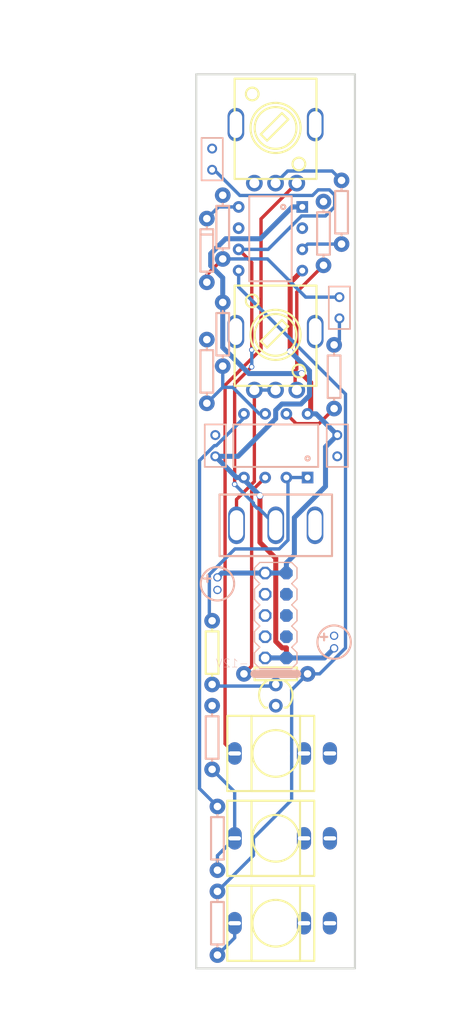
<source format=kicad_pcb>
(kicad_pcb (version 20171130) (host pcbnew "(5.1.5)-3") (page "A4") (layers (0 "F.Cu" signal) (31 "B.Cu" signal) (32 "B.Adhes" user) (33 "F.Adhes" user) (34 "B.Paste" user) (35 "F.Paste" user) (36 "B.SilkS" user) (37 "F.SilkS" user) (38 "B.Mask" user) (39 "F.Mask" user) (40 "Dwgs.User" user) (41 "Cmts.User" user) (42 "Eco1.User" user) (43 "Eco2.User" user) (44 "Edge.Cuts" user) (45 "Margin" user) (46 "B.CrtYd" user) (47 "F.CrtYd" user) (48 "B.Fab" user hide) (49 "F.Fab" user hide)) (net 0 "") (net 1 "-12V") (net 2 "12V") (net 3 "C3_1") (net 4 "C3_2") (net 5 "C4_2") (net 6 "D1_C") (net 7 "GND") (net 8 "J1_3") (net 9 "J2_3") (net 10 "LEVEL_2") (net 11 "LEVEL_4") (net 12 "LEVEL_5") (net 13 "R11_1") (net 14 "R1_1") (net 15 "R9_1") (net 16 "R9_2") (net 17 "REL_3") (net 18 "REL_4") (net 19 "REL_5") (net 20 "S1_3") (net 21 "U1_1") (net 22 "U1_3") (net 23 "U1_5") (net 24 "U1_6") (net 25 "U1_7") (net 26 "S$3157") (segment (start 9.681 131.873) (end 11.929 134.121) (width 0.4) (layer "B.Cu") (net 5)) (segment (start 11.929 134.121) (end 11.929 134.283) (width 0.4) (layer "B.Cu") (net 5)) (segment (start 11.929 134.283) (end 12.387 134.74) (width 0.4) (layer "B.Cu") (net 5)) (segment (start 12.387 134.74) (end 12.548 134.74) (width 0.4) (layer "B.Cu") (net 5)) (segment (start 12.548 134.74) (end 14.587 136.779) (width 0.4) (layer "B.Cu") (net 5)) (segment (start 14.587 136.779) (end 14.605 136.779) (width 0.4) (layer "B.Cu") (net 5)) (segment (start 11.731 115.792) (end 11.731 117.802) (width 0.4) (layer "B.Cu") (net 5)) (segment (start 11.731 117.802) (end 11.715 117.818) (width 0.4) (layer "B.Cu") (net 5)) (segment (start 6.985 94.234) (end 7.229 94.234) (width 0.4) (layer "B.Cu") (net 5)) (segment (start 7.229 94.234) (end 10.302 97.307) (width 0.4) (layer "B.Cu") (net 5)) (segment (start 10.302 97.307) (end 19.005 97.307) (width 0.4) (layer "B.Cu") (net 5)) (segment (start 19.005 97.307) (end 19.678 96.634) (width 0.4) (layer "B.Cu") (net 5)) (segment (start 19.678 96.634) (end 21.025 96.634) (width 0.4) (layer "B.Cu") (net 5)) (segment (start 21.025 96.634) (end 21.649 97.259) (width 0.4) (layer "B.Cu") (net 5)) (segment (start 21.649 97.259) (end 21.649 98.661) (width 0.4) (layer "B.Cu") (net 5)) (segment (start 21.649 98.661) (end 20.552 99.758) (width 0.4) (layer "B.Cu") (net 5)) (segment (start 20.552 99.758) (end 17.692 99.758) (width 0.4) (layer "B.Cu") (net 5)) (segment (start 17.692 99.758) (end 13.691 103.759) (width 0.4) (layer "B.Cu") (net 5)) (segment (start 13.691 103.759) (end 10.16 103.759) (width 0.4) (layer "B.Cu") (net 5)) (segment (start 14.58 120.594) (end 12.04 120.594) (width 0.4) (layer "B.Cu") (net 20)) (segment (start 10.795 123.444) (end 10.795 123.93) (width 0.4) (layer "B.Cu") (net 23)) (segment (start 10.795 123.93) (end 7.478 127.247) (width 0.4) (layer "B.Cu") (net 23)) (segment (start 7.478 127.247) (end 7.252 127.247) (width 0.4) (layer "B.Cu") (net 23)) (segment (start 7.252 127.247) (end 5.477 129.023) (width 0.4) (layer "B.Cu") (net 23)) (segment (start 5.477 129.023) (end 5.477 168.291) (width 0.4) (layer "B.Cu") (net 23)) (segment (start 5.477 168.291) (end 7.62 170.434) (width 0.4) (layer "B.Cu") (net 23)) (segment (start 10.795 131.064) (end 10.795 131.326) (width 0.6) (layer "B.Cu") (net 1)) (segment (start 10.795 131.326) (end 12.71 133.241) (width 0.6) (layer "B.Cu") (net 1)) (segment (start 7.366 128.524) (end 9.906 131.064) (width 0.6) (layer "B.Cu") (net 1)) (segment (start 9.906 131.064) (end 10.795 131.064) (width 0.6) (layer "B.Cu") (net 1)) (segment (start 16.328 115.97) (end 18.642 118.283) (width 0.6) (layer "B.Cu") (net 1)) (segment (start 18.642 118.283) (end 18.642 121.242) (width 0.6) (layer "B.Cu") (net 1)) (segment (start 18.642 121.242) (end 17.619 122.264) (width 0.6) (layer "B.Cu") (net 1)) (segment (start 17.619 122.264) (end 15.335 122.264) (width 0.6) (layer "B.Cu") (net 1)) (segment (start 15.335 122.264) (end 14.594 123.005) (width 0.6) (layer "B.Cu") (net 1)) (segment (start 14.594 123.005) (end 14.594 124.017) (width 0.6) (layer "B.Cu") (net 1)) (segment (start 14.594 124.017) (end 10.087 128.524) (width 0.6) (layer "B.Cu") (net 1)) (segment (start 10.087 128.524) (end 7.366 128.524) (width 0.6) (layer "B.Cu") (net 1)) (segment (start 15.875 152.654) (end 20.436 152.654) (width 0.6) (layer "B.Cu") (net 1)) (segment (start 20.436 152.654) (end 21.59 151.5) (width 0.6) (layer "B.Cu") (net 1)) (segment (start 13.335 152.654) (end 15.875 152.654) (width 0.6) (layer "B.Cu") (net 1)) (segment (start 10.16 106.299) (end 10.16 108.277) (width 0.4) (layer "B.Cu") (net 16)) (segment (start 10.16 108.277) (end 22.953 121.069) (width 0.4) (layer "B.Cu") (net 16)) (segment (start 22.953 121.069) (end 22.953 151.467) (width 0.4) (layer "B.Cu") (net 16)) (segment (start 22.953 151.467) (end 19.861 154.559) (width 0.4) (layer "B.Cu") (net 16)) (segment (start 19.861 154.559) (end 18.415 154.559) (width 0.4) (layer "B.Cu") (net 16)) (segment (start 7.62 180.594) (end 11.935 176.278) (width 0.4) (layer "B.Cu") (net 16)) (segment (start 11.935 176.278) (end 11.935 174.221) (width 0.4) (layer "B.Cu") (net 16)) (segment (start 11.935 174.221) (end 16.505 169.651) (width 0.4) (layer "B.Cu") (net 16)) (segment (start 16.505 169.651) (end 16.505 156.469) (width 0.4) (layer "B.Cu") (net 16)) (segment (start 16.505 156.469) (end 18.415 154.559) (width 0.4) (layer "B.Cu") (net 16)) (segment (start 17.78 103.759) (end 18.415 103.124) (width 0.4) (layer "B.Cu") (net 14)) (segment (start 18.415 103.124) (end 22.479 103.124) (width 0.4) (layer "B.Cu") (net 14)) (segment (start 22.479 95.504) (end 21.355 94.38) (width 0.4) (layer "B.Cu") (net 10)) (segment (start 21.355 94.38) (end 16.029 94.38) (width 0.4) (layer "B.Cu") (net 10)) (segment (start 16.029 94.38) (end 14.58 95.829) (width 0.4) (layer "B.Cu") (net 10)) (segment (start 14.605 155.829) (end 14.413 156.021) (width 0.4) (layer "B.Cu") (net 13)) (segment (start 14.413 156.021) (end 7.177 156.021) (width 0.4) (layer "B.Cu") (net 13)) (segment (start 7.177 156.021) (end 6.985 155.829) (width 0.4) (layer "B.Cu") (net 13)) (segment (start 7.62 188.214) (end 9.685 186.149) (width 0.4) (layer "B.Cu") (net 15)) (segment (start 9.685 186.149) (end 9.685 184.404) (width 0.4) (layer "B.Cu") (net 15)) (segment (start 7.62 178.054) (end 7.62 176.309) (width 0.4) (layer "B.Cu") (net 9)) (segment (start 7.62 176.309) (end 9.685 174.244) (width 0.4) (layer "B.Cu") (net 9)) (segment (start 6.985 165.989) (end 9.685 168.689) (width 0.4) (layer "B.Cu") (net 9)) (segment (start 9.685 168.689) (end 9.685 174.244) (width 0.4) (layer "B.Cu") (net 9)) (segment (start 10.16 98.679) (end 7.747 98.679) (width 0.4) (layer "B.Cu") (net 6)) (segment (start 7.747 98.679) (end 6.35 100.076) (width 0.4) (layer "B.Cu") (net 6)) (segment (start 8.255 104.902) (end 13.616 104.902) (width 0.4) (layer "B.Cu") (net 4)) (segment (start 13.616 104.902) (end 18.188 109.474) (width 0.4) (layer "B.Cu") (net 4)) (segment (start 18.188 109.474) (end 22.225 109.474) (width 0.4) (layer "B.Cu") (net 4)) (segment (start 6.985 148.209) (end 6.649 147.873) (width 0.4) (layer "B.Cu") (net 21)) (segment (start 6.649 147.873) (end 6.649 142.674) (width 0.4) (layer "B.Cu") (net 21)) (segment (start 6.649 142.674) (end 9.714 139.609) (width 0.4) (layer "B.Cu") (net 21)) (segment (start 9.714 139.609) (end 15.013 139.609) (width 0.4) (layer "B.Cu") (net 21)) (segment (start 15.013 139.609) (end 16.064 138.558) (width 0.4) (layer "B.Cu") (net 21)) (segment (start 16.064 138.558) (end 16.064 131.253) (width 0.4) (layer "B.Cu") (net 21)) (segment (start 16.064 131.253) (end 15.875 131.064) (width 0.4) (layer "B.Cu") (net 21)) (segment (start 15.875 131.064) (end 18.415 131.064) (width 0.4) (layer "B.Cu") (net 21)) (segment (start 21.59 115.189) (end 22.225 114.554) (width 0.4) (layer "B.Cu") (net 3)) (segment (start 22.225 114.554) (end 22.225 112.014) (width 0.4) (layer "B.Cu") (net 3)) (segment (start 8.255 120.269) (end 8.255 117.729) (width 0.4) (layer "B.Cu") (net 24)) (segment (start 6.35 122.174) (end 8.255 120.269) (width 0.4) (layer "B.Cu") (net 24)) (segment (start 8.255 120.269) (end 9.454 120.269) (width 0.4) (layer "B.Cu") (net 24)) (segment (start 9.454 120.269) (end 12.629 123.444) (width 0.4) (layer "B.Cu") (net 24)) (segment (start 12.629 123.444) (end 13.335 123.444) (width 0.4) (layer "B.Cu") (net 24)) (segment (start 8.255 110.109) (end 8.255 115.498) (width 0.6) (layer "B.Cu") (net 2)) (segment (start 8.255 115.498) (end 11.381 118.624) (width 0.6) (layer "B.Cu") (net 2)) (segment (start 11.381 118.624) (end 17.696 118.624) (width 0.6) (layer "B.Cu") (net 2)) (segment (start 17.696 118.624) (end 17.703 118.617) (width 0.6) (layer "B.Cu") (net 2)) (segment (start 16.581 98.679) (end 12.771 102.489) (width 0.6) (layer "B.Cu") (net 2)) (segment (start 12.771 102.489) (end 8.599 102.489) (width 0.6) (layer "B.Cu") (net 2)) (segment (start 8.599 102.489) (end 6.812 104.276) (width 0.6) (layer "B.Cu") (net 2)) (segment (start 6.812 104.276) (end 6.812 105.714) (width 0.6) (layer "B.Cu") (net 2)) (segment (start 6.812 105.714) (end 8.255 107.157) (width 0.6) (layer "B.Cu") (net 2)) (segment (start 8.255 107.157) (end 8.255 110.109) (width 0.6) (layer "B.Cu") (net 2)) (segment (start 13.335 142.494) (end 8.14 142.494) (width 0.6) (layer "B.Cu") (net 2)) (segment (start 8.14 142.494) (end 7.62 143.013) (width 0.6) (layer "B.Cu") (net 2)) (segment (start 15.875 142.494) (end 13.335 142.494) (width 0.6) (layer "B.Cu") (net 2)) (segment (start 15.875 142.494) (end 15.875 141.289) (width 0.6) (layer "B.Cu") (net 2)) (segment (start 15.875 141.289) (end 16.832 140.332) (width 0.6) (layer "B.Cu") (net 2)) (segment (start 16.832 140.332) (end 16.832 135.858) (width 0.6) (layer "B.Cu") (net 2)) (segment (start 16.832 135.858) (end 20.56 132.13) (width 0.6) (layer "B.Cu") (net 2)) (segment (start 20.56 132.13) (end 20.56 127.395) (width 0.6) (layer "B.Cu") (net 2)) (segment (start 20.56 127.395) (end 21.971 125.984) (width 0.6) (layer "B.Cu") (net 2)) (segment (start 18.415 123.444) (end 19.431 123.444) (width 0.6) (layer "B.Cu") (net 2)) (segment (start 19.431 123.444) (end 21.971 125.984) (width 0.6) (layer "B.Cu") (net 2)) (segment (start 17.78 98.679) (end 16.581 98.679) (width 0.6) (layer "B.Cu") (net 2)) (zone (net 7) (net_name "GND") (layer "B.Cu") (hatch edge 0.508) (connect_pads (clearance 0.254)) (polygon (pts (xy -3.175 73.914) (xy 26.67 73.914) (xy 32.385 79.629) (xy 32.385 186.944) (xy 29.21 190.119) (xy 1.27 190.119) (xy -1.905 193.294)))) (gr_line (start 12.065 154.559) (end 17.145 154.559) (width 1) (layer "B.SilkS")) (gr_line (start 5.08 82.804) (end 24.08 82.804) (width 0.254) (layer "Edge.Cuts")) (gr_line (start 24.08 82.804) (end 24.08 189.804) (width 0.254) (layer "Edge.Cuts")) (gr_line (start 24.08 189.804) (end 5.08 189.804) (width 0.254) (layer "Edge.Cuts")) (gr_line (start 5.08 189.804) (end 5.08 82.804) (width 0.254) (layer "Edge.Cuts")) (segment (start 17.12 95.829) (end 12.84 100.109) (width 0.4) (layer "F.Cu") (net 8)) (segment (start 12.84 100.109) (end 12.84 115.708) (width 0.4) (layer "F.Cu") (net 8)) (segment (start 12.84 115.708) (end 8.534 120.015) (width 0.4) (layer "F.Cu") (net 8)) (segment (start 8.534 120.015) (end 8.534 162.932) (width 0.4) (layer "F.Cu") (net 8)) (segment (start 8.534 162.932) (end 9.685 164.084) (width 0.4) (layer "F.Cu") (net 8)) (segment (start 20.32 105.664) (end 17.12 108.864) (width 0.4) (layer "F.Cu") (net 17)) (segment (start 17.12 108.864) (end 17.12 118.097) (width 0.4) (layer "F.Cu") (net 17)) (segment (start 17.12 118.097) (end 16.922 118.294) (width 0.4) (layer "F.Cu") (net 17)) (segment (start 16.922 118.294) (end 16.922 120.397) (width 0.4) (layer "F.Cu") (net 17)) (segment (start 16.922 120.397) (end 17.12 120.594) (width 0.4) (layer "F.Cu") (net 17)) (segment (start 13.335 131.064) (end 11.715 132.684) (width 0.4) (layer "F.Cu") (net 22)) (segment (start 11.715 132.684) (end 11.715 153.638) (width 0.4) (layer "F.Cu") (net 22)) (segment (start 11.715 153.638) (end 10.795 154.559) (width 0.4) (layer "F.Cu") (net 22)) (segment (start 10.16 103.759) (end 11.731 105.33) (width 0.4) (layer "F.Cu") (net 5)) (segment (start 11.731 105.33) (end 11.731 115.792) (width 0.4) (layer "F.Cu") (net 5)) (segment (start 11.715 117.818) (end 9.681 119.852) (width 0.4) (layer "F.Cu") (net 5)) (segment (start 9.681 119.852) (end 9.681 131.873) (width 0.4) (layer "F.Cu") (net 5)) (segment (start 9.905 136.779) (end 9.905 133.686) (width 0.4) (layer "F.Cu") (net 20)) (segment (start 9.905 133.686) (end 12.04 131.551) (width 0.4) (layer "F.Cu") (net 20)) (segment (start 12.04 131.551) (end 12.04 120.594) (width 0.4) (layer "F.Cu") (net 20)) (segment (start 15.875 151.449) (end 15.376 151.449) (width 0.6) (layer "F.Cu") (net 1)) (segment (start 15.376 151.449) (end 14.605 150.678) (width 0.6) (layer "F.Cu") (net 1)) (segment (start 14.605 150.678) (end 14.605 140.724) (width 0.6) (layer "F.Cu") (net 1)) (segment (start 14.605 140.724) (end 12.71 138.829) (width 0.6) (layer "F.Cu") (net 1)) (segment (start 12.71 138.829) (end 12.71 133.241) (width 0.6) (layer "F.Cu") (net 1)) (segment (start 15.875 152.654) (end 15.875 151.449) (width 0.6) (layer "F.Cu") (net 1)) (segment (start 17.78 106.299) (end 16.328 107.751) (width 0.6) (layer "F.Cu") (net 1)) (segment (start 16.328 107.751) (end 16.328 115.97) (width 0.6) (layer "F.Cu") (net 1)) (segment (start 8.255 104.902) (end 6.35 106.807) (width 0.4) (layer "F.Cu") (net 4)) (segment (start 6.35 106.807) (end 6.35 107.696) (width 0.4) (layer "F.Cu") (net 4)) (segment (start 15.875 123.444) (end 17.047 124.616) (width 0.4) (layer "F.Cu") (net 25)) (segment (start 17.047 124.616) (end 19.783 124.616) (width 0.4) (layer "F.Cu") (net 25)) (segment (start 19.783 124.616) (end 21.59 122.809) (width 0.4) (layer "F.Cu") (net 25)) (segment (start 17.703 118.617) (end 18.784 119.699) (width 0.6) (layer "F.Cu") (net 2)) (segment (start 18.784 119.699) (end 18.784 123.075) (width 0.6) (layer "F.Cu") (net 2)) (segment (start 18.784 123.075) (end 18.415 123.444) (width 0.6) (layer "F.Cu") (net 2)) (zone (net 7) (net_name "GND") (layer "F.Cu") (hatch edge 0.508) (connect_pads (clearance 0.254)) (polygon (pts (xy -18.415 196.469) (xy -17.78 195.834) (xy -6.35 195.834) (xy -6.985 196.469) (xy -18.415 196.469)))) (zone (net 7) (net_name "GND") (layer "F.Cu") (hatch edge 0.508) (connect_pads (clearance 0.254)) (polygon (pts (xy 38.1 186.944) (xy 29.21 195.834) (xy -6.35 195.834) (xy 0.635 188.849) (xy -0.635 74.549) (xy 37.465 74.549) (xy 38.1 75.184) (xy 38.1 186.944)))) (module "easyeda:THONKICONN_1" (layer "F.Cu") (at 14.605 164.084 90) (fp_text value "IN" (at 0 -8.128 90) (layer "F.Fab") hide (effects (font (size 1.143 1.143) (thickness 0.152)) (justify left))) (fp_text reference "J1" (at 0 -6.35 90) (layer "F.SilkS") hide (effects (font (size 1.143 1.143) (thickness 0.152)) (justify left))) (fp_arc (start 0 0) (end -2.794 0) (angle 180) (width 0.254) (layer "F.SilkS")) (fp_arc (start 0 0) (end 2.794 0) (angle 180) (width 0.254) (layer "F.SilkS")) (fp_line (start -4.5 -5.805) (end 4.5 -5.805) (width 0.254) (layer "F.SilkS")) (fp_line (start 4.5 -5.805) (end 4.5 2.905) (width 0.254) (layer "F.SilkS")) (fp_line (start 4.5 2.905) (end -4.5 2.905) (width 0.254) (layer "F.SilkS")) (fp_line (start -4.5 2.905) (end -4.5 -5.805) (width 0.254) (layer "F.SilkS")) (fp_line (start -4.5 -2.905) (end 4.5 -2.905) (width 0.254) (layer "F.SilkS")) (fp_line (start 4.5 -2.905) (end 4.5 4.605) (width 0.254) (layer "F.SilkS")) (fp_line (start 4.5 4.605) (end -4.5 4.605) (width 0.254) (layer "F.SilkS")) (fp_line (start -4.5 4.605) (end -4.5 -2.905) (width 0.254) (layer "F.SilkS")) (pad "" np_thru_hole circle (at 0 0) (size 3 3) (drill 3) (layers "*.Cu" "*.Mask")) (pad 3 thru_hole oval (at 0 -4.92 90) (size 2.7 1.7) (layers "*.Cu" "*.Paste" "*.Mask") (drill oval 0.5 1.5) (net 8 "J1_3")) (pad 2 thru_hole oval (at 0 3.38 90) (size 2.7 1.7) (layers "*.Cu" "*.Paste" "*.Mask") (drill oval 0.5 1.5) (net 7 "GND")) (pad 1 thru_hole oval (at 0 6.48 90) (size 2.7 1.7) (layers "*.Cu" "*.Paste" "*.Mask") (drill oval 0.5 1.5) (net 7 "GND")) (fp_text user gge4635dd3650c04d67 (at 0 0) (layer "Cmts.User") (effects (font (size 1 1) (thickness 0.15))))) (module "easyeda:THONKICONN_1" (layer "F.Cu") (at 14.605 174.244 90) (fp_text value "TRIG" (at 0 -8.128 90) (layer "F.Fab") hide (effects (font (size 1.143 1.143) (thickness 0.152)) (justify left))) (fp_text reference "J2" (at 0 -6.35 90) (layer "F.SilkS") hide (effects (font (size 1.143 1.143) (thickness 0.152)) (justify left))) (fp_arc (start 0 0) (end -2.794 0) (angle 180) (width 0.254) (layer "F.SilkS")) (fp_arc (start 0 0) (end 2.794 0) (angle 180) (width 0.254) (layer "F.SilkS")) (fp_line (start -4.5 -5.805) (end 4.5 -5.805) (width 0.254) (layer "F.SilkS")) (fp_line (start 4.5 -5.805) (end 4.5 2.905) (width 0.254) (layer "F.SilkS")) (fp_line (start 4.5 2.905) (end -4.5 2.905) (width 0.254) (layer "F.SilkS")) (fp_line (start -4.5 2.905) (end -4.5 -5.805) (width 0.254) (layer "F.SilkS")) (fp_line (start -4.5 -2.905) (end 4.5 -2.905) (width 0.254) (layer "F.SilkS")) (fp_line (start 4.5 -2.905) (end 4.5 4.605) (width 0.254) (layer "F.SilkS")) (fp_line (start 4.5 4.605) (end -4.5 4.605) (width 0.254) (layer "F.SilkS")) (fp_line (start -4.5 4.605) (end -4.5 -2.905) (width 0.254) (layer "F.SilkS")) (pad "" np_thru_hole circle (at 0 0) (size 3 3) (drill 3) (layers "*.Cu" "*.Mask")) (pad 3 thru_hole oval (at 0 -4.92 90) (size 2.7 1.7) (layers "*.Cu" "*.Paste" "*.Mask") (drill oval 0.5 1.5) (net 9 "J2_3")) (pad 2 thru_hole oval (at 0 3.38 90) (size 2.7 1.7) (layers "*.Cu" "*.Paste" "*.Mask") (drill oval 0.5 1.5) (net 7 "GND")) (pad 1 thru_hole oval (at 0 6.48 90) (size 2.7 1.7) (layers "*.Cu" "*.Paste" "*.Mask") (drill oval 0.5 1.5) (net 7 "GND")) (fp_text user gge3922750384f6d638 (at 0 0) (layer "Cmts.User") (effects (font (size 1 1) (thickness 0.15))))) (module "easyeda:THONKICONN_1" (layer "F.Cu") (at 14.605 184.404 90) (fp_text value "OUT" (at 0 -8.128 90) (layer "F.Fab") hide (effects (font (size 1.143 1.143) (thickness 0.152)) (justify left))) (fp_text reference "J3" (at 0 -6.35 90) (layer "F.SilkS") hide (effects (font (size 1.143 1.143) (thickness 0.152)) (justify left))) (fp_arc (start 0 0) (end -2.794 0) (angle 180) (width 0.254) (layer "F.SilkS")) (fp_arc (start 0 0) (end 2.794 0) (angle 180) (width 0.254) (layer "F.SilkS")) (fp_line (start -4.5 -5.805) (end 4.5 -5.805) (width 0.254) (layer "F.SilkS")) (fp_line (start 4.5 -5.805) (end 4.5 2.905) (width 0.254) (layer "F.SilkS")) (fp_line (start 4.5 2.905) (end -4.5 2.905) (width 0.254) (layer "F.SilkS")) (fp_line (start -4.5 2.905) (end -4.5 -5.805) (width 0.254) (layer "F.SilkS")) (fp_line (start -4.5 -2.905) (end 4.5 -2.905) (width 0.254) (layer "F.SilkS")) (fp_line (start 4.5 -2.905) (end 4.5 4.605) (width 0.254) (layer "F.SilkS")) (fp_line (start 4.5 4.605) (end -4.5 4.605) (width 0.254) (layer "F.SilkS")) (fp_line (start -4.5 4.605) (end -4.5 -2.905) (width 0.254) (layer "F.SilkS")) (pad "" np_thru_hole circle (at 0 0) (size 3 3) (drill 3) (layers "*.Cu" "*.Mask")) (pad 3 thru_hole oval (at 0 -4.92 90) (size 2.7 1.7) (layers "*.Cu" "*.Paste" "*.Mask") (drill oval 0.5 1.5) (net 15 "R9_1")) (pad 2 thru_hole oval (at 0 3.38 90) (size 2.7 1.7) (layers "*.Cu" "*.Paste" "*.Mask") (drill oval 0.5 1.5)) (pad 1 thru_hole oval (at 0 6.48 90) (size 2.7 1.7) (layers "*.Cu" "*.Paste" "*.Mask") (drill oval 0.5 1.5) (net 7 "GND")) (fp_text user gge4dd85ddb4e577d4a (at 0 0) (layer "Cmts.User") (effects (font (size 1 1) (thickness 0.15))))) (module "easyeda:R09-5KΩ" (layer "F.Cu") (at 14.58 92.329) (fp_text value "100k" (at 0.635 -6.985 0) (layer "F.Fab") (effects (font (size 1.143 1.143) (thickness 0.152)) (justify left))) (fp_text reference "LEVEL" (at 0 -9.708 0) (layer "F.SilkS") hide (effects (font (size 1.143 1.143) (thickness 0.152)) (justify left))) (fp_line (start -4.9 -9) (end 4.9 -9) (width 0.254) (layer "F.SilkS")) (fp_line (start 4.9 -9) (end 4.9 3) (width 0.254) (layer "F.SilkS")) (fp_line (start -4.9 -9) (end -4.9 3) (width 0.254) (layer "F.SilkS")) (fp_line (start -4.9 3) (end 4.9 3) (width 0.254) (layer "F.SilkS")) (fp_line (start 0.762 -4.882) (end -1.778 -2.342) (width 0.254) (layer "F.SilkS")) (fp_line (start -1.778 -2.342) (end -1.016 -1.58) (width 0.254) (layer "F.SilkS")) (fp_line (start -1.016 -1.58) (end 1.524 -4.12) (width 0.254) (layer "F.SilkS")) (fp_line (start 1.524 -4.12) (end 0.762 -4.882) (width 0.254) (layer "F.SilkS")) (fp_circle (center -2.794 -7.168) (end -2.032 -7.168) (layer "F.SilkS") (width 0.254)) (fp_circle (center 2.794 1.214) (end 3.556 1.214) (layer "F.SilkS") (width 0.254)) (fp_circle (center 0 -3.104) (end 3 -3.104) (layer "F.SilkS") (width 0.254)) (fp_circle (center 0 -3.104) (end 2.5 -3.104) (layer "F.SilkS") (width 0.254)) (pad 1 thru_hole circle (at -2.54 3.5 0) (size 2 2) (layers "*.Cu" "*.Paste" "*.Mask") (drill 1.2) (net 7 "GND")) (pad 2 thru_hole circle (at 0 3.5 0) (size 2 2) (layers "*.Cu" "*.Paste" "*.Mask") (drill 1.2) (net 10 "LEVEL_2")) (pad 3 thru_hole circle (at 2.54 3.5 0) (size 2 2) (layers "*.Cu" "*.Paste" "*.Mask") (drill 1.2) (net 8 "J1_3")) (pad 4 thru_hole oval (at 4.75 -3.5 0) (size 2 4) (layers "*.Cu" "*.Paste" "*.Mask") (drill oval 1.5 3.2) (net 11 "LEVEL_4")) (pad 5 thru_hole oval (at -4.75 -3.5 0) (size 2 4) (layers "*.Cu" "*.Paste" "*.Mask") (drill oval 1.5 3.2) (net 12 "LEVEL_5")) (fp_text user ggea55d97789d1be874 (at 0 0) (layer "Cmts.User") (effects (font (size 1 1) (thickness 0.15))))) (module "easyeda:R09-5KΩ" (layer "F.Cu") (at 14.58 117.094) (fp_text value "100k" (at 0.635 -6.985 0) (layer "F.Fab") (effects (font (size 1.143 1.143) (thickness 0.152)) (justify left))) (fp_text reference "REL" (at 0 -9.708 0) (layer "F.SilkS") hide (effects (font (size 1.143 1.143) (thickness 0.152)) (justify left))) (fp_line (start -4.9 -9) (end 4.9 -9) (width 0.254) (layer "F.SilkS")) (fp_line (start 4.9 -9) (end 4.9 3) (width 0.254) (layer "F.SilkS")) (fp_line (start -4.9 -9) (end -4.9 3) (width 0.254) (layer "F.SilkS")) (fp_line (start -4.9 3) (end 4.9 3) (width 0.254) (layer "F.SilkS")) (fp_line (start 0.762 -4.882) (end -1.778 -2.342) (width 0.254) (layer "F.SilkS")) (fp_line (start -1.778 -2.342) (end -1.016 -1.58) (width 0.254) (layer "F.SilkS")) (fp_line (start -1.016 -1.58) (end 1.524 -4.12) (width 0.254) (layer "F.SilkS")) (fp_line (start 1.524 -4.12) (end 0.762 -4.882) (width 0.254) (layer "F.SilkS")) (fp_circle (center -2.794 -7.168) (end -2.032 -7.168) (layer "F.SilkS") (width 0.254)) (fp_circle (center 2.794 1.214) (end 3.556 1.214) (layer "F.SilkS") (width 0.254)) (fp_circle (center 0 -3.104) (end 3 -3.104) (layer "F.SilkS") (width 0.254)) (fp_circle (center 0 -3.104) (end 2.5 -3.104) (layer "F.SilkS") (width 0.254)) (pad 1 thru_hole circle (at -2.54 3.5 0) (size 2 2) (layers "*.Cu" "*.Paste" "*.Mask") (drill 1.2) (net 20 "S1_3")) (pad 2 thru_hole circle (at 0 3.5 0) (size 2 2) (layers "*.Cu" "*.Paste" "*.Mask") (drill 1.2) (net 20 "S1_3")) (pad 3 thru_hole circle (at 2.54 3.5 0) (size 2 2) (layers "*.Cu" "*.Paste" "*.Mask") (drill 1.2) (net 17 "REL_3")) (pad 4 thru_hole oval (at 4.75 -3.5 0) (size 2 4) (layers "*.Cu" "*.Paste" "*.Mask") (drill oval 1.5 3.2) (net 18 "REL_4")) (pad 5 thru_hole oval (at -4.75 -3.5 0) (size 2 4) (layers "*.Cu" "*.Paste" "*.Mask") (drill oval 1.5 3.2) (net 19 "REL_5")) (fp_text user gged898fb06e0e1b11b (at 0 0) (layer "Cmts.User") (effects (font (size 1 1) (thickness 0.15))))) (module "easyeda:R_AXIAL-0.3" (layer "F.Cu") (at 6.985 152.019 90) (fp_line (start -2.54 -0.762) (end 2.54 -0.762) (width 0.254) (layer "F.SilkS")) (fp_text value "10k" (at -0.915 0.381 90) (layer "F.Fab") (effects (font (size 0.9 0.9) (thickness 0.152)) (justify left))) (fp_text reference "R11" (at -0.254 -1.27 90) (layer "F.SilkS") hide (effects (font (size 1.143 1.143) (thickness 0.152)) (justify left))) (fp_line (start -2.54 0) (end -2.794 0) (width 0.254) (layer "F.SilkS")) (fp_line (start 2.54 0) (end 2.794 0) (width 0.254) (layer "F.SilkS")) (fp_line (start -2.54 0) (end -2.54 -0.762) (width 0.254) (layer "F.SilkS")) (fp_line (start -2.54 0.762) (end -2.54 0) (width 0.254) (layer "F.SilkS")) (fp_line (start 2.54 0.762) (end -2.54 0.762) (width 0.254) (layer "F.SilkS")) (fp_line (start 2.54 0) (end 2.54 0.762) (width 0.254) (layer "F.SilkS")) (fp_line (start 2.54 -0.762) (end 2.54 0) (width 0.254) (layer "F.SilkS")) (pad 1 thru_hole circle (at -3.81 0 90) (size 1.88 1.88) (layers "*.Cu" "*.Paste" "*.Mask") (drill 0.899) (net 13 "R11_1")) (pad 2 thru_hole circle (at 3.81 0 90) (size 1.88 1.88) (layers "*.Cu" "*.Paste" "*.Mask") (drill 0.899) (net 21 "U1_1")) (fp_text user ggeab7cca0a97aabda3 (at 0 0) (layer "Cmts.User") (effects (font (size 1 1) (thickness 0.15))))) (module "easyeda:TOGGLE SWITCH SPDT RED 3 PIN ON-OFF-ON 3 SPDT SMALL AC 6A/125V 3A/250V" (layer "F.Cu") (at 14.605 136.779 -90) (fp_text value "REL" (at -0.127 -9.017 -90) (layer "F.Fab") hide (effects (font (size 1.143 1.143) (thickness 0.152)) (justify left))) (fp_text reference "S1" (at -0.127 -7.239 -90) (layer "F.SilkS") hide (effects (font (size 1.143 1.143) (thickness 0.152)) (justify left))) (fp_line (start 3.683 -6.731) (end 3.683 6.731) (width 0.254) (layer "B.SilkS")) (fp_line (start 3.683 6.731) (end -3.683 6.731) (width 0.254) (layer "B.SilkS")) (fp_line (start -3.683 6.731) (end -3.683 -6.731) (width 0.254) (layer "B.SilkS")) (fp_line (start -3.683 -6.731) (end 3.683 -6.731) (width 0.254) (layer "B.SilkS")) (fp_line (start -3.683 -6.731) (end 3.683 -6.731) (width 0.254) (layer "F.SilkS")) (fp_line (start 3.683 -6.731) (end 3.683 6.731) (width 0.254) (layer "F.SilkS")) (fp_line (start 3.683 6.731) (end -3.683 6.731) (width 0.254) (layer "F.SilkS")) (fp_line (start -3.683 6.731) (end -3.683 -6.731) (width 0.254) (layer "F.SilkS")) (pad 1 thru_hole oval (at 0 -4.7 180) (size 2 4.5) (layers "*.Cu" "*.Paste" "*.Mask") (drill oval 1.6 3.6)) (pad 2 thru_hole oval (at 0 0 180) (size 2 4.5) (layers "*.Cu" "*.Paste" "*.Mask") (drill oval 1.6 3.6) (net 5 "C4_2")) (pad 3 thru_hole oval (at 0 4.7 180) (size 2 4.5) (layers "*.Cu" "*.Paste" "*.Mask") (drill oval 1.6 3.6) (net 20 "S1_3")) (fp_text user ggec658f9dc4e745c62 (at 0 0) (layer "Cmts.User") (effects (font (size 1 1) (thickness 0.15))))) (module "easyeda:LED-3MM/2.54" (layer "F.Cu") (at 14.605 157.099) (fp_text value "LED TBR" (at -0.254 -4.161 0) (layer "F.Fab") hide (effects (font (size 1.143 1.143) (thickness 0.152)) (justify left))) (fp_text reference "LED1" (at -0.254 -2.383 0) (layer "F.SilkS") hide (effects (font (size 1.143 1.143) (thickness 0.152)) (justify left))) (fp_arc (start 0 0) (end -1.323 1.5) (angle 109.897) (width 0.254) (layer "F.SilkS")) (fp_line (start -1.323 1.5) (end -1.051 1.5) (width 0.254) (layer "F.SilkS")) (fp_arc (start 0 0) (end 0.96 -1.754) (angle 109.897) (width 0.254) (layer "F.SilkS")) (fp_line (start 1.051 1.5) (end 1.323 1.5) (width 0.254) (layer "F.SilkS")) (pad 1 thru_hole circle (at 0 -1.27 90) (size 1.651 1.651) (layers "*.Cu" "*.Paste" "*.Mask") (drill 0.9) (net 13 "R11_1")) (pad 2 thru_hole circle (at 0 1.27 90) (size 1.651 1.651) (layers "*.Cu" "*.Paste" "*.Mask") (drill 0.9) (net 7 "GND")) (fp_text user ggeffc1375c3c138e55 (at 0 0) (layer "Cmts.User") (effects (font (size 1 1) (thickness 0.15))))) (module "easyeda:R_AXIAL-0.3" (layer "F.Cu") (at 14.605 154.559 0) (fp_text value "1k" (at -0.914 0.381 0) (layer "F.Fab") (effects (font (size 0.9 0.9) (thickness 0.152)) (justify left))) (fp_text reference "R10" (at -0.254 -1.27 0) (layer "F.SilkS") hide (effects (font (size 1.143 1.143) (thickness 0.152)) (justify left))) (fp_line (start -2.54 0) (end -2.794 0) (width 0.254) (layer "F.SilkS")) (fp_line (start 2.54 0) (end 2.794 0) (width 0.254) (layer "F.SilkS")) (fp_line (start -2.54 0) (end -2.54 -0.762) (width 0.254) (layer "F.SilkS")) (fp_line (start -2.54 0.762) (end -2.54 0) (width 0.254) (layer "F.SilkS")) (fp_line (start 2.54 0.762) (end -2.54 0.762) (width 0.254) (layer "F.SilkS")) (fp_line (start 2.54 0) (end 2.54 0.762) (width 0.254) (layer "F.SilkS")) (fp_line (start 2.54 -0.762) (end 2.54 0) (width 0.254) (layer "F.SilkS")) (fp_line (start -2.54 -0.762) (end 2.54 -0.762) (width 0.254) (layer "F.SilkS")) (pad 1 thru_hole circle (at -3.81 0 0) (size 1.88 1.88) (layers "*.Cu" "*.Paste" "*.Mask") (drill 0.899) (net 22 "U1_3")) (pad 2 thru_hole circle (at 3.81 0 0) (size 1.88 1.88) (layers "*.Cu" "*.Paste" "*.Mask") (drill 0.899) (net 16 "R9_2")) (fp_text user gge10013b2892cfa2a6 (at 0 0) (layer "Cmts.User") (effects (font (size 1 1) (thickness 0.15))))) (module "easyeda:CAP-D4.0×F1.5" (layer "F.Cu") (at 21.59 150.749 90) (fp_text value "10u" (at 1.19 -2.962 90) (layer "B.Fab") (effects (font (size 1.143 1.143) (thickness 0.152)) (justify left mirror))) (fp_text reference "C1" (at 0.095 -2.2 90) (layer "B.SilkS") hide (effects (font (size 1.143 1.143) (thickness 0.152)) (justify left mirror))) (fp_line (start 0.203 -1.196) (end 1.003 -1.196) (width 0.254) (layer "B.SilkS")) (fp_line (start 0.609 -0.815) (end 0.609 -1.615) (width 0.254) (layer "B.SilkS")) (fp_arc (start -0.015 0.001) (end 0.001 -1.999) (angle 359.054) (width 0.254) (layer "B.SilkS")) (pad 2 thru_hole circle (at -0.751 0 0) (size 1 1) (layers "*.Cu" "*.Paste" "*.Mask") (drill 0.7) (net 1 "-12V")) (pad 1 thru_hole circle (at 0.75 0 0) (size 1 1) (layers "*.Cu" "*.Paste" "*.Mask") (drill 0.7) (net 7 "GND")) (fp_text user gged3a32a70cde6de7e (at 0 0) (layer "Cmts.User") (effects (font (size 1 1) (thickness 0.15))))) (module "easyeda:CAP-D4.0×F1.5" (layer "F.Cu") (at 7.62 143.764 90) (fp_text value "10u" (at -1.905 2.54 90) (layer "B.Fab") (effects (font (size 1.143 1.143) (thickness 0.152)) (justify left mirror))) (fp_text reference "C2" (at 0.095 -2.2 90) (layer "B.SilkS") hide (effects (font (size 1.143 1.143) (thickness 0.152)) (justify left mirror))) (fp_line (start 0.203 -1.196) (end 1.003 -1.196) (width 0.254) (layer "B.SilkS")) (fp_line (start 0.609 -0.815) (end 0.609 -1.615) (width 0.254) (layer "B.SilkS")) (fp_arc (start -0.015 0.001) (end 0.001 -1.999) (angle 359.054) (width 0.254) (layer "B.SilkS")) (pad 2 thru_hole circle (at -0.751 0 0) (size 1 1) (layers "*.Cu" "*.Paste" "*.Mask") (drill 0.7) (net 7 "GND")) (pad 1 thru_hole circle (at 0.75 0 0) (size 1 1) (layers "*.Cu" "*.Paste" "*.Mask") (drill 0.7) (net 2 "12V")) (fp_text user ggeac9320446869e8bb (at 0 0) (layer "Cmts.User") (effects (font (size 1 1) (thickness 0.15))))) (module "easyeda:RAD-0.1" (layer "F.Cu") (at 22.225 110.744 -90) (fp_text value "1nf" (at -1.651 1.524 90) (layer "B.Fab") (effects (font (size 1.143 1.143) (thickness 0.152)) (justify left mirror))) (fp_text reference "C3" (at 0.229 -1.854 -90) (layer "B.SilkS") hide (effects (font (size 1.143 1.143) (thickness 0.152)) (justify left mirror))) (fp_line (start -2.537 -1.267) (end 2.543 -1.267) (width 0.201) (layer "B.SilkS")) (fp_line (start 2.543 -1.267) (end 2.543 1.273) (width 0.201) (layer "B.SilkS")) (fp_line (start 2.543 1.273) (end -2.537 1.273) (width 0.201) (layer "B.SilkS")) (fp_line (start -2.537 1.273) (end -2.537 -1.267) (width 0.201) (layer "B.SilkS")) (pad 1 thru_hole circle (at 1.27 0 -90) (size 1.194 1.194) (layers "*.Cu" "*.Paste" "*.Mask") (drill 0.711) (net 3 "C3_1")) (pad 2 thru_hole circle (at -1.27 0 -90) (size 1.194 1.194) (layers "*.Cu" "*.Paste" "*.Mask") (drill 0.711) (net 4 "C3_2")) (fp_text user ggef02277629ec8fe11 (at 0 0) (layer "Cmts.User") (effects (font (size 1 1) (thickness 0.15))))) (module "easyeda:RAD-0.1" (layer "F.Cu") (at 6.985 92.964 90) (fp_text value "2.2uf" (at 6.985 0.635 90) (layer "B.Fab") (effects (font (size 1.143 1.143) (thickness 0.152)) (justify left mirror))) (fp_text reference "C4" (at 0.229 -1.854 90) (layer "B.SilkS") hide (effects (font (size 1.143 1.143) (thickness 0.152)) (justify left mirror))) (fp_line (start -2.537 -1.267) (end 2.543 -1.267) (width 0.201) (layer "B.SilkS")) (fp_line (start 2.543 -1.267) (end 2.543 1.273) (width 0.201) (layer "B.SilkS")) (fp_line (start 2.543 1.273) (end -2.537 1.273) (width 0.201) (layer "B.SilkS")) (fp_line (start -2.537 1.273) (end -2.537 -1.267) (width 0.201) (layer "B.SilkS")) (pad 1 thru_hole circle (at 1.27 0 90) (size 1.194 1.194) (layers "*.Cu" "*.Paste" "*.Mask") (drill 0.711) (net 7 "GND")) (pad 2 thru_hole circle (at -1.27 0 90) (size 1.194 1.194) (layers "*.Cu" "*.Paste" "*.Mask") (drill 0.711) (net 5 "C4_2")) (fp_text user gge0064f330e8c59103 (at 0 0) (layer "Cmts.User") (effects (font (size 1 1) (thickness 0.15))))) (module "easyeda:RAD-0.1" (layer "F.Cu") (at 7.366 127.254 90) (fp_text value "100nf" (at -4.318 2.159 0) (layer "B.Fab") (effects (font (size 1.143 1.143) (thickness 0.152)) (justify left mirror))) (fp_text reference "C5" (at 0.229 -1.854 90) (layer "B.SilkS") hide (effects (font (size 1.143 1.143) (thickness 0.152)) (justify left mirror))) (fp_line (start -2.537 -1.267) (end 2.543 -1.267) (width 0.201) (layer "B.SilkS")) (fp_line (start 2.543 -1.267) (end 2.543 1.273) (width 0.201) (layer "B.SilkS")) (fp_line (start 2.543 1.273) (end -2.537 1.273) (width 0.201) (layer "B.SilkS")) (fp_line (start -2.537 1.273) (end -2.537 -1.267) (width 0.201) (layer "B.SilkS")) (pad 1 thru_hole circle (at 1.27 0 90) (size 1.194 1.194) (layers "*.Cu" "*.Paste" "*.Mask") (drill 0.711) (net 7 "GND")) (pad 2 thru_hole circle (at -1.27 0 90) (size 1.194 1.194) (layers "*.Cu" "*.Paste" "*.Mask") (drill 0.711) (net 1 "-12V")) (fp_text user gge88ef8154f225fbdb (at 0 0) (layer "Cmts.User") (effects (font (size 1 1) (thickness 0.15))))) (module "easyeda:RAD-0.1" (layer "F.Cu") (at 21.971 127.254 90) (fp_text value "100nf" (at -4.445 1.905 0) (layer "B.Fab") (effects (font (size 1.143 1.143) (thickness 0.152)) (justify left mirror))) (fp_text reference "C6" (at 0.229 -1.854 90) (layer "B.SilkS") hide (effects (font (size 1.143 1.143) (thickness 0.152)) (justify left mirror))) (fp_line (start -2.537 -1.267) (end 2.543 -1.267) (width 0.201) (layer "B.SilkS")) (fp_line (start 2.543 -1.267) (end 2.543 1.273) (width 0.201) (layer "B.SilkS")) (fp_line (start 2.543 1.273) (end -2.537 1.273) (width 0.201) (layer "B.SilkS")) (fp_line (start -2.537 1.273) (end -2.537 -1.267) (width 0.201) (layer "B.SilkS")) (pad 1 thru_hole circle (at 1.27 0 90) (size 1.194 1.194) (layers "*.Cu" "*.Paste" "*.Mask") (drill 0.711) (net 2 "12V")) (pad 2 thru_hole circle (at -1.27 0 90) (size 1.194 1.194) (layers "*.Cu" "*.Paste" "*.Mask") (drill 0.711) (net 7 "GND")) (fp_text user ggee2dcf7a00d73a438 (at 0 0) (layer "Cmts.User") (effects (font (size 1 1) (thickness 0.15))))) (module "easyeda:DIODE-1N4148" (layer "F.Cu") (at 6.35 103.886 -90) (fp_text value "1n4148" (at 2.032 0.381 -90) (layer "B.Fab") (effects (font (size 0.8 0.8) (thickness 0.152)) (justify left mirror))) (fp_text reference "D1" (at 0 -1.27 -90) (layer "B.SilkS") hide (effects (font (size 1.143 1.143) (thickness 0.152)) (justify left mirror))) (fp_line (start 2.54 -0.762) (end -2.54 -0.762) (width 0.254) (layer "B.SilkS")) (fp_line (start -2.54 -0.762) (end -2.54 0) (width 0.254) (layer "B.SilkS")) (fp_line (start -2.54 0) (end -2.54 0.762) (width 0.254) (layer "B.SilkS")) (fp_line (start -2.54 0.762) (end 2.54 0.762) (width 0.254) (layer "B.SilkS")) (fp_line (start 2.54 0.762) (end 2.54 0) (width 0.254) (layer "B.SilkS")) (fp_line (start 2.54 0) (end 2.54 -0.762) (width 0.254) (layer "B.SilkS")) (fp_line (start -2.54 0) (end -2.794 0) (width 0.254) (layer "B.SilkS")) (fp_line (start 2.54 0) (end 2.794 0) (width 0.254) (layer "B.SilkS")) (fp_line (start -1.905 -0.635) (end -1.905 0.635) (width 0.254) (layer "B.SilkS")) (pad "A" thru_hole circle (at 3.81 0 -90) (size 1.88 1.88) (layers "*.Cu" "*.Paste" "*.Mask") (drill 0.899) (net 4 "C3_2")) (pad "C" thru_hole circle (at -3.81 0 -90) (size 1.88 1.88) (layers "*.Cu" "*.Paste" "*.Mask") (drill 0.899) (net 6 "D1_C")) (fp_text user ggeaa31e1cffe3c3ac3 (at 0 0) (layer "Cmts.User") (effects (font (size 1 1) (thickness 0.15))))) (module "easyeda:EURORACK_POWER_V2" (layer "F.Cu") (at 14.605 147.574 90) (fp_text value "PWER" (at 0 -6.35 90) (layer "B.Fab") hide (effects (font (size 1.143 1.143) (thickness 0.152)) (justify left mirror))) (fp_text reference "EP1" (at 0 -4.572 90) (layer "B.SilkS") hide (effects (font (size 1.143 1.143) (thickness 0.152)) (justify left mirror))) (fp_poly (pts (xy 2.794 1.524) (xy 2.286 1.524) (xy 2.286 1.016) (xy 2.794 1.016)) (layer "Cmts.User") (width 0)) (fp_poly (pts (xy 5.334 1.524) (xy 4.826 1.524) (xy 4.826 1.016) (xy 5.334 1.016)) (layer "Cmts.User") (width 0)) (fp_poly (pts (xy 0.254 1.524) (xy -0.254 1.524) (xy -0.254 1.016) (xy 0.254 1.016)) (layer "Cmts.User") (width 0)) (fp_poly (pts (xy -4.826 1.524) (xy -5.334 1.524) (xy -5.334 1.016) (xy -4.826 1.016)) (layer "Cmts.User") (width 0)) (fp_poly (pts (xy -2.286 1.524) (xy -2.794 1.524) (xy -2.794 1.016) (xy -2.286 1.016)) (layer "Cmts.User") (width 0)) (fp_poly (pts (xy 5.334 -1.016) (xy 4.826 -1.016) (xy 4.826 -1.524) (xy 5.334 -1.524)) (layer "Cmts.User") (width 0)) (fp_poly (pts (xy 2.794 -1.016) (xy 2.286 -1.016) (xy 2.286 -1.524) (xy 2.794 -1.524)) (layer "Cmts.User") (width 0)) (fp_poly (pts (xy 0.254 -1.016) (xy -0.254 -1.016) (xy -0.254 -1.524) (xy 0.254 -1.524)) (layer "Cmts.User") (width 0)) (fp_poly (pts (xy -2.286 -1.016) (xy -2.794 -1.016) (xy -2.794 -1.524) (xy -2.286 -1.524)) (layer "Cmts.User") (width 0)) (fp_poly (pts (xy -4.826 -1.016) (xy -5.334 -1.016) (xy -5.334 -1.524) (xy -4.826 -1.524)) (layer "Cmts.User") (width 0)) (fp_line (start -1.905 2.54) (end -1.27 1.905) (width 0.152) (layer "B.SilkS")) (fp_line (start -1.27 1.905) (end -0.635 2.54) (width 0.152) (layer "B.SilkS")) (fp_line (start -0.635 2.54) (end 0.635 2.54) (width 0.152) (layer "B.SilkS")) (fp_line (start 0.635 2.54) (end 1.27 1.905) (width 0.152) (layer "B.SilkS")) (fp_line (start 1.27 1.905) (end 1.905 2.54) (width 0.152) (layer "B.SilkS")) (fp_line (start 1.905 2.54) (end 3.175 2.54) (width 0.152) (layer "B.SilkS")) (fp_line (start 3.175 2.54) (end 3.81 1.905) (width 0.152) (layer "B.SilkS")) (fp_line (start 3.81 1.905) (end 4.445 2.54) (width 0.152) (layer "B.SilkS")) (fp_line (start 4.445 2.54) (end 5.715 2.54) (width 0.152) (layer "B.SilkS")) (fp_line (start 5.715 2.54) (end 6.35 1.905) (width 0.152) (layer "B.SilkS")) (fp_line (start 6.35 1.905) (end 6.35 -1.905) (width 0.152) (layer "B.SilkS")) (fp_line (start 6.35 -1.905) (end 5.715 -2.54) (width 0.152) (layer "B.SilkS")) (fp_line (start 5.715 -2.54) (end 4.445 -2.54) (width 0.152) (layer "B.SilkS")) (fp_line (start 4.445 -2.54) (end 3.81 -1.905) (width 0.152) (layer "B.SilkS")) (fp_line (start 3.81 -1.905) (end 3.175 -2.54) (width 0.152) (layer "B.SilkS")) (fp_line (start 3.175 -2.54) (end 1.905 -2.54) (width 0.152) (layer "B.SilkS")) (fp_line (start 1.905 -2.54) (end 1.27 -1.905) (width 0.152) (layer "B.SilkS")) (fp_line (start 1.27 -1.905) (end 0.635 -2.54) (width 0.152) (layer "B.SilkS")) (fp_line (start 0.635 -2.54) (end -0.635 -2.54) (width 0.152) (layer "B.SilkS")) (fp_line (start -0.635 -2.54) (end -1.27 -1.905) (width 0.152) (layer "B.SilkS")) (fp_line (start -1.27 -1.905) (end -1.905 -2.54) (width 0.152) (layer "B.SilkS")) (fp_line (start -1.905 -2.54) (end -3.175 -2.54) (width 0.152) (layer "B.SilkS")) (fp_line (start -3.175 -2.54) (end -3.81 -1.905) (width 0.152) (layer "B.SilkS")) (fp_line (start -3.81 -1.905) (end -4.445 -2.54) (width 0.152) (layer "B.SilkS")) (fp_line (start -4.445 -2.54) (end -5.715 -2.54) (width 0.152) (layer "B.SilkS")) (fp_line (start -5.715 -2.54) (end -6.35 -1.905) (width 0.152) (layer "B.SilkS")) (fp_line (start -6.35 -1.905) (end -6.35 1.905) (width 0.152) (layer "B.SilkS")) (fp_line (start -6.35 1.905) (end -5.715 2.54) (width 0.152) (layer "B.SilkS")) (fp_line (start -5.715 2.54) (end -4.445 2.54) (width 0.152) (layer "B.SilkS")) (fp_line (start -4.445 2.54) (end -3.81 1.905) (width 0.152) (layer "B.SilkS")) (fp_line (start -3.81 1.905) (end -3.175 2.54) (width 0.152) (layer "B.SilkS")) (fp_line (start -3.175 2.54) (end -1.905 2.54) (width 0.152) (layer "B.SilkS")) (fp_text value "+12V" (at 4.445 -3.175 0) (layer "B.SilkS") (effects (font (size 1 1) (thickness 0.049)) (justify left mirror))) (fp_text value "GND" (at 2.276 -2.794 0) (layer "B.SilkS") (effects (font (size 0.61 0.61) (thickness 0.049)) (justify left mirror))) (fp_text value "GND" (at -0.264 -2.794 0) (layer "B.SilkS") (effects (font (size 0.61 0.61) (thickness 0.049)) (justify left mirror))) (fp_text value "GND" (at -2.804 -2.794 0) (layer "B.SilkS") (effects (font (size 0.61 0.61) (thickness 0.049)) (justify left mirror))) (fp_text value "-12V" (at -5.715 -3.175 0) (layer "B.SilkS") (effects (font (size 1 1) (thickness 0.049)) (justify left mirror))) (pad 12 thru_hole custom (at 5.08 -1.27 90) (size 1.408 1.408) (layers "*.Cu" "*.Paste" "*.Mask") (drill oval 1.016 1.021) (net 2 "12V") (primitives (gr_poly (pts (xy -0.704 -0.292) (xy -0.291 -0.704) (xy 0.292 -0.704) (xy 0.704 -0.292) (xy 0.704 0.292) (xy 0.292 0.704) (xy -0.291 0.704) (xy -0.704 0.292)) (width 0.1)))) (pad 12 thru_hole custom (at 5.08 1.27 90) (size 0.01 0.01) (layers "*.Cu" "*.Paste" "*.Mask") (drill oval 1.016 1.021) (net 2 "12V") (primitives (gr_poly (pts (xy -0.704 -0.292) (xy -0.291 -0.704) (xy 0.292 -0.704) (xy 0.704 -0.292) (xy 0.704 0.292) (xy 0.292 0.704) (xy -0.291 0.704) (xy -0.704 0.292)) (width 0.1)))) (pad -12 thru_hole custom (at -5.08 -1.27 90) (size 1.408 1.408) (layers "*.Cu" "*.Paste" "*.Mask") (drill oval 1.016 1.021) (net 1 "-12V") (primitives (gr_poly (pts (xy -0.704 -0.292) (xy -0.291 -0.704) (xy 0.292 -0.704) (xy 0.704 -0.292) (xy 0.704 0.292) (xy 0.292 0.704) (xy -0.291 0.704) (xy -0.704 0.292)) (width 0.1)))) (pad -12 thru_hole custom (at -5.08 1.27 90) (size 0.01 0.01) (layers "*.Cu" "*.Paste" "*.Mask") (drill oval 1.016 1.021) (net 1 "-12V") (primitives (gr_poly (pts (xy -0.704 -0.292) (xy -0.291 -0.704) (xy 0.292 -0.704) (xy 0.704 -0.292) (xy 0.704 0.292) (xy 0.292 0.704) (xy -0.291 0.704) (xy -0.704 0.292)) (width 0.1)))) (pad "GND0" thru_hole custom (at 2.54 -1.27 90) (size 1.408 1.408) (layers "*.Cu" "*.Paste" "*.Mask") (drill oval 1.016 1.021) (net 7 "GND") (primitives (gr_poly (pts (xy -0.704 -0.292) (xy -0.291 -0.704) (xy 0.292 -0.704) (xy 0.704 -0.292) (xy 0.704 0.292) (xy 0.292 0.704) (xy -0.291 0.704) (xy -0.704 0.292)) (width 0.1)))) (pad "GND1" thru_hole custom (at 2.54 1.27 0) (size 0.01 0.01) (layers "*.Cu" "*.Paste" "*.Mask") (drill oval 1.016 1.021) (net 7 "GND") (primitives (gr_poly (pts (xy -0.704 -0.292) (xy -0.292 -0.704) (xy 0.292 -0.704) (xy 0.704 -0.292) (xy 0.704 0.291) (xy 0.292 0.704) (xy -0.292 0.704) (xy -0.704 0.291)) (width 0.1)))) (pad "GND2" thru_hole custom (at 0 -1.27 90) (size 1.408 1.408) (layers "*.Cu" "*.Paste" "*.Mask") (drill oval 1.016 1.021) (net 7 "GND") (primitives (gr_poly (pts (xy -0.704 -0.292) (xy -0.291 -0.704) (xy 0.292 -0.704) (xy 0.704 -0.292) (xy 0.704 0.292) (xy 0.292 0.704) (xy -0.291 0.704) (xy -0.704 0.292)) (width 0.1)))) (pad "GND3" thru_hole custom (at 0 1.27 90) (size 0.01 0.01) (layers "*.Cu" "*.Paste" "*.Mask") (drill oval 1.016 1.021) (net 7 "GND") (primitives (gr_poly (pts (xy -0.704 -0.292) (xy -0.291 -0.704) (xy 0.292 -0.704) (xy 0.704 -0.292) (xy 0.704 0.292) (xy 0.292 0.704) (xy -0.291 0.704) (xy -0.704 0.292)) (width 0.1)))) (pad "GND4" thru_hole custom (at -2.54 -1.27 90) (size 1.408 1.408) (layers "*.Cu" "*.Paste" "*.Mask") (drill oval 1.016 1.021) (net 7 "GND") (primitives (gr_poly (pts (xy -0.704 -0.292) (xy -0.291 -0.704) (xy 0.292 -0.704) (xy 0.704 -0.292) (xy 0.704 0.292) (xy 0.292 0.704) (xy -0.291 0.704) (xy -0.704 0.292)) (width 0.1)))) (pad "GND5" thru_hole custom (at -2.54 1.27 90) (size 0.01 0.01) (layers "*.Cu" "*.Paste" "*.Mask") (drill oval 1.016 1.021) (net 7 "GND") (primitives (gr_poly (pts (xy -0.704 -0.292) (xy -0.291 -0.704) (xy 0.292 -0.704) (xy 0.704 -0.292) (xy 0.704 0.292) (xy 0.292 0.704) (xy -0.291 0.704) (xy -0.704 0.292)) (width 0.1)))) (fp_text user ggee9a444864460e27b (at 0 0) (layer "Cmts.User") (effects (font (size 1 1) (thickness 0.15))))) (module "easyeda:R_AXIAL-0.3" (layer "F.Cu") (at 22.479 99.314 -90) (fp_text value "10k" (at 0.914 0.381 -90) (layer "B.Fab") (effects (font (size 0.9 0.9) (thickness 0.152)) (justify left mirror))) (fp_text reference "R1" (at 0.254 -1.27 -90) (layer "B.SilkS") hide (effects (font (size 1.143 1.143) (thickness 0.152)) (justify left mirror))) (fp_line (start 2.54 0) (end 2.794 0) (width 0.254) (layer "B.SilkS")) (fp_line (start -2.54 0) (end -2.794 0) (width 0.254) (layer "B.SilkS")) (fp_line (start 2.54 0) (end 2.54 -0.762) (width 0.254) (layer "B.SilkS")) (fp_line (start 2.54 0.762) (end 2.54 0) (width 0.254) (layer "B.SilkS")) (fp_line (start -2.54 0.762) (end 2.54 0.762) (width 0.254) (layer "B.SilkS")) (fp_line (start -2.54 0) (end -2.54 0.762) (width 0.254) (layer "B.SilkS")) (fp_line (start -2.54 -0.762) (end -2.54 0) (width 0.254) (layer "B.SilkS")) (fp_line (start 2.54 -0.762) (end -2.54 -0.762) (width 0.254) (layer "B.SilkS")) (pad 1 thru_hole circle (at 3.81 0 -90) (size 1.88 1.88) (layers "*.Cu" "*.Paste" "*.Mask") (drill 0.899) (net 14 "R1_1")) (pad 2 thru_hole circle (at -3.81 0 -90) (size 1.88 1.88) (layers "*.Cu" "*.Paste" "*.Mask") (drill 0.899) (net 10 "LEVEL_2")) (fp_text user gge75c1c603ed592f1a (at 0 0) (layer "Cmts.User") (effects (font (size 1 1) (thickness 0.15))))) (module "easyeda:R_AXIAL-0.3" (layer "F.Cu") (at 7.62 174.244 90) (fp_text value "10k" (at 0.914 0.381 90) (layer "B.Fab") (effects (font (size 0.9 0.9) (thickness 0.152)) (justify left mirror))) (fp_text reference "R2" (at 0.254 -1.27 90) (layer "B.SilkS") hide (effects (font (size 1.143 1.143) (thickness 0.152)) (justify left mirror))) (fp_line (start 2.54 0) (end 2.794 0) (width 0.254) (layer "B.SilkS")) (fp_line (start -2.54 0) (end -2.794 0) (width 0.254) (layer "B.SilkS")) (fp_line (start 2.54 0) (end 2.54 -0.762) (width 0.254) (layer "B.SilkS")) (fp_line (start 2.54 0.762) (end 2.54 0) (width 0.254) (layer "B.SilkS")) (fp_line (start -2.54 0.762) (end 2.54 0.762) (width 0.254) (layer "B.SilkS")) (fp_line (start -2.54 0) (end -2.54 0.762) (width 0.254) (layer "B.SilkS")) (fp_line (start -2.54 -0.762) (end -2.54 0) (width 0.254) (layer "B.SilkS")) (fp_line (start 2.54 -0.762) (end -2.54 -0.762) (width 0.254) (layer "B.SilkS")) (pad 1 thru_hole circle (at 3.81 0 90) (size 1.88 1.88) (layers "*.Cu" "*.Paste" "*.Mask") (drill 0.899) (net 23 "U1_5")) (pad 2 thru_hole circle (at -3.81 0 90) (size 1.88 1.88) (layers "*.Cu" "*.Paste" "*.Mask") (drill 0.899) (net 9 "J2_3")) (fp_text user gge3575cebacac7caf3 (at 0 0) (layer "Cmts.User") (effects (font (size 1 1) (thickness 0.15))))) (module "easyeda:R_AXIAL-0.3" (layer "F.Cu") (at 8.255 113.919 90) (fp_text value "33k" (at 0.914 0.381 90) (layer "B.Fab") (effects (font (size 0.9 0.9) (thickness 0.152)) (justify left mirror))) (fp_text reference "R3" (at 0.254 -1.27 90) (layer "B.SilkS") hide (effects (font (size 1.143 1.143) (thickness 0.152)) (justify left mirror))) (fp_line (start 2.54 0) (end 2.794 0) (width 0.254) (layer "B.SilkS")) (fp_line (start -2.54 0) (end -2.794 0) (width 0.254) (layer "B.SilkS")) (fp_line (start 2.54 0) (end 2.54 -0.762) (width 0.254) (layer "B.SilkS")) (fp_line (start 2.54 0.762) (end 2.54 0) (width 0.254) (layer "B.SilkS")) (fp_line (start -2.54 0.762) (end 2.54 0.762) (width 0.254) (layer "B.SilkS")) (fp_line (start -2.54 0) (end -2.54 0.762) (width 0.254) (layer "B.SilkS")) (fp_line (start -2.54 -0.762) (end -2.54 0) (width 0.254) (layer "B.SilkS")) (fp_line (start 2.54 -0.762) (end -2.54 -0.762) (width 0.254) (layer "B.SilkS")) (pad 1 thru_hole circle (at 3.81 0 90) (size 1.88 1.88) (layers "*.Cu" "*.Paste" "*.Mask") (drill 0.899) (net 2 "12V")) (pad 2 thru_hole circle (at -3.81 0 90) (size 1.88 1.88) (layers "*.Cu" "*.Paste" "*.Mask") (drill 0.899) (net 24 "U1_6")) (fp_text user ggea361ea504c358b20 (at 0 0) (layer "Cmts.User") (effects (font (size 1 1) (thickness 0.15))))) (module "easyeda:R_AXIAL-0.3" (layer "F.Cu") (at 6.35 118.364 -90) (fp_text value "10k" (at 0.914 0.381 -90) (layer "B.Fab") (effects (font (size 0.9 0.9) (thickness 0.152)) (justify left mirror))) (fp_text reference "R4" (at 0.254 -1.27 -90) (layer "B.SilkS") hide (effects (font (size 1.143 1.143) (thickness 0.152)) (justify left mirror))) (fp_line (start 2.54 0) (end 2.794 0) (width 0.254) (layer "B.SilkS")) (fp_line (start -2.54 0) (end -2.794 0) (width 0.254) (layer "B.SilkS")) (fp_line (start 2.54 0) (end 2.54 -0.762) (width 0.254) (layer "B.SilkS")) (fp_line (start 2.54 0.762) (end 2.54 0) (width 0.254) (layer "B.SilkS")) (fp_line (start -2.54 0.762) (end 2.54 0.762) (width 0.254) (layer "B.SilkS")) (fp_line (start -2.54 0) (end -2.54 0.762) (width 0.254) (layer "B.SilkS")) (fp_line (start -2.54 -0.762) (end -2.54 0) (width 0.254) (layer "B.SilkS")) (fp_line (start 2.54 -0.762) (end -2.54 -0.762) (width 0.254) (layer "B.SilkS")) (pad 1 thru_hole circle (at 3.81 0 -90) (size 1.88 1.88) (layers "*.Cu" "*.Paste" "*.Mask") (drill 0.899) (net 24 "U1_6")) (pad 2 thru_hole circle (at -3.81 0 -90) (size 1.88 1.88) (layers "*.Cu" "*.Paste" "*.Mask") (drill 0.899) (net 7 "GND")) (fp_text user gge38957656215fbfcc (at 0 0) (layer "Cmts.User") (effects (font (size 1 1) (thickness 0.15))))) (module "easyeda:R_AXIAL-0.3" (layer "F.Cu") (at 21.59 118.999 90) (fp_text value "10k" (at 1.016 0.508 90) (layer "B.Fab") (effects (font (size 1.143 1.143) (thickness 0.152)) (justify left mirror))) (fp_text reference "R5" (at 0.254 -1.27 90) (layer "B.SilkS") hide (effects (font (size 1.143 1.143) (thickness 0.152)) (justify left mirror))) (fp_line (start 2.54 0) (end 2.794 0) (width 0.254) (layer "B.SilkS")) (fp_line (start -2.54 0) (end -2.794 0) (width 0.254) (layer "B.SilkS")) (fp_line (start 2.54 0) (end 2.54 -0.762) (width 0.254) (layer "B.SilkS")) (fp_line (start 2.54 0.762) (end 2.54 0) (width 0.254) (layer "B.SilkS")) (fp_line (start -2.54 0.762) (end 2.54 0.762) (width 0.254) (layer "B.SilkS")) (fp_line (start -2.54 0) (end -2.54 0.762) (width 0.254) (layer "B.SilkS")) (fp_line (start -2.54 -0.762) (end -2.54 0) (width 0.254) (layer "B.SilkS")) (fp_line (start 2.54 -0.762) (end -2.54 -0.762) (width 0.254) (layer "B.SilkS")) (pad 1 thru_hole circle (at 3.81 0 90) (size 1.88 1.88) (layers "*.Cu" "*.Paste" "*.Mask") (drill 0.899) (net 3 "C3_1")) (pad 2 thru_hole circle (at -3.81 0 90) (size 1.88 1.88) (layers "*.Cu" "*.Paste" "*.Mask") (drill 0.899) (net 25 "U1_7")) (fp_text user gge77eee25dfcd760f7 (at 0 0) (layer "Cmts.User") (effects (font (size 1 1) (thickness 0.15))))) (module "easyeda:R_AXIAL-0.3" (layer "F.Cu") (at 6.985 162.179 90) (fp_text value "100k" (at 0.915 0.381 90) (layer "B.Fab") (effects (font (size 0.9 0.9) (thickness 0.152)) (justify left mirror))) (fp_text reference "R6" (at 0.254 -1.27 90) (layer "B.SilkS") hide (effects (font (size 1.143 1.143) (thickness 0.152)) (justify left mirror))) (fp_line (start 2.54 0) (end 2.794 0) (width 0.254) (layer "B.SilkS")) (fp_line (start -2.54 0) (end -2.794 0) (width 0.254) (layer "B.SilkS")) (fp_line (start 2.54 0) (end 2.54 -0.762) (width 0.254) (layer "B.SilkS")) (fp_line (start 2.54 0.762) (end 2.54 0) (width 0.254) (layer "B.SilkS")) (fp_line (start -2.54 0.762) (end 2.54 0.762) (width 0.254) (layer "B.SilkS")) (fp_line (start -2.54 0) (end -2.54 0.762) (width 0.254) (layer "B.SilkS")) (fp_line (start -2.54 -0.762) (end -2.54 0) (width 0.254) (layer "B.SilkS")) (fp_line (start 2.54 -0.762) (end -2.54 -0.762) (width 0.254) (layer "B.SilkS")) (pad 1 thru_hole circle (at 3.81 0 90) (size 1.88 1.88) (layers "*.Cu" "*.Paste" "*.Mask") (drill 0.899) (net 7 "GND")) (pad 2 thru_hole circle (at -3.81 0 90) (size 1.88 1.88) (layers "*.Cu" "*.Paste" "*.Mask") (drill 0.899) (net 9 "J2_3")) (fp_text user gged40347b50ae06c1c (at 0 0) (layer "Cmts.User") (effects (font (size 1 1) (thickness 0.15))))) (module "easyeda:R_AXIAL-0.3" (layer "F.Cu") (at 8.255 101.092 -90) (fp_text value "100k" (at 0.914 0.381 -90) (layer "B.Fab") (effects (font (size 0.9 0.9) (thickness 0.152)) (justify left mirror))) (fp_text reference "R7" (at 0.254 -1.27 -90) (layer "B.SilkS") hide (effects (font (size 1.143 1.143) (thickness 0.152)) (justify left mirror))) (fp_line (start 2.54 0) (end 2.794 0) (width 0.254) (layer "B.SilkS")) (fp_line (start -2.54 0) (end -2.794 0) (width 0.254) (layer "B.SilkS")) (fp_line (start 2.54 0) (end 2.54 -0.762) (width 0.254) (layer "B.SilkS")) (fp_line (start 2.54 0.762) (end 2.54 0) (width 0.254) (layer "B.SilkS")) (fp_line (start -2.54 0.762) (end 2.54 0.762) (width 0.254) (layer "B.SilkS")) (fp_line (start -2.54 0) (end -2.54 0.762) (width 0.254) (layer "B.SilkS")) (fp_line (start -2.54 -0.762) (end -2.54 0) (width 0.254) (layer "B.SilkS")) (fp_line (start 2.54 -0.762) (end -2.54 -0.762) (width 0.254) (layer "B.SilkS")) (pad 1 thru_hole circle (at 3.81 0 -90) (size 1.88 1.88) (layers "*.Cu" "*.Paste" "*.Mask") (drill 0.899) (net 4 "C3_2")) (pad 2 thru_hole circle (at -3.81 0 -90) (size 1.88 1.88) (layers "*.Cu" "*.Paste" "*.Mask") (drill 0.899) (net 7 "GND")) (fp_text user ggeaa01d5a214134f56 (at 0 0) (layer "Cmts.User") (effects (font (size 1 1) (thickness 0.15))))) (module "easyeda:R_AXIAL-0.3" (layer "F.Cu") (at 20.32 101.854 -90) (fp_text value "1k" (at 0.914 0.381 -90) (layer "B.Fab") (effects (font (size 0.9 0.9) (thickness 0.152)) (justify left mirror))) (fp_text reference "R8" (at 0.254 -1.27 -90) (layer "B.SilkS") hide (effects (font (size 1.143 1.143) (thickness 0.152)) (justify left mirror))) (fp_line (start 2.54 0) (end 2.794 0) (width 0.254) (layer "B.SilkS")) (fp_line (start -2.54 0) (end -2.794 0) (width 0.254) (layer "B.SilkS")) (fp_line (start 2.54 0) (end 2.54 -0.762) (width 0.254) (layer "B.SilkS")) (fp_line (start 2.54 0.762) (end 2.54 0) (width 0.254) (layer "B.SilkS")) (fp_line (start -2.54 0.762) (end 2.54 0.762) (width 0.254) (layer "B.SilkS")) (fp_line (start -2.54 0) (end -2.54 0.762) (width 0.254) (layer "B.SilkS")) (fp_line (start -2.54 -0.762) (end -2.54 0) (width 0.254) (layer "B.SilkS")) (fp_line (start 2.54 -0.762) (end -2.54 -0.762) (width 0.254) (layer "B.SilkS")) (pad 1 thru_hole circle (at 3.81 0 -90) (size 1.88 1.88) (layers "*.Cu" "*.Paste" "*.Mask") (drill 0.899) (net 17 "REL_3")) (pad 2 thru_hole circle (at -3.81 0 -90) (size 1.88 1.88) (layers "*.Cu" "*.Paste" "*.Mask") (drill 0.899) (net 7 "GND")) (fp_text user gge421cbb56c860dc60 (at 0 0) (layer "Cmts.User") (effects (font (size 1 1) (thickness 0.15))))) (module "easyeda:R_AXIAL-0.3" (layer "F.Cu") (at 7.62 184.404 -90) (fp_text value "1k" (at 0.914 0.381 -90) (layer "B.Fab") (effects (font (size 0.9 0.9) (thickness 0.152)) (justify left mirror))) (fp_text reference "R9" (at 0.254 -1.27 -90) (layer "B.SilkS") hide (effects (font (size 1.143 1.143) (thickness 0.152)) (justify left mirror))) (fp_line (start 2.54 0) (end 2.794 0) (width 0.254) (layer "B.SilkS")) (fp_line (start -2.54 0) (end -2.794 0) (width 0.254) (layer "B.SilkS")) (fp_line (start 2.54 0) (end 2.54 -0.762) (width 0.254) (layer "B.SilkS")) (fp_line (start 2.54 0.762) (end 2.54 0) (width 0.254) (layer "B.SilkS")) (fp_line (start -2.54 0.762) (end 2.54 0.762) (width 0.254) (layer "B.SilkS")) (fp_line (start -2.54 0) (end -2.54 0.762) (width 0.254) (layer "B.SilkS")) (fp_line (start -2.54 -0.762) (end -2.54 0) (width 0.254) (layer "B.SilkS")) (fp_line (start 2.54 -0.762) (end -2.54 -0.762) (width 0.254) (layer "B.SilkS")) (pad 1 thru_hole circle (at 3.81 0 -90) (size 1.88 1.88) (layers "*.Cu" "*.Paste" "*.Mask") (drill 0.899) (net 15 "R9_1")) (pad 2 thru_hole circle (at -3.81 0 -90) (size 1.88 1.88) (layers "*.Cu" "*.Paste" "*.Mask") (drill 0.899) (net 16 "R9_2")) (fp_text user gge1035422cb8f8cc27 (at 0 0) (layer "Cmts.User") (effects (font (size 1 1) (thickness 0.15))))) (module "easyeda:DIP8" (layer "F.Cu") (at 14.605 127.254) (fp_text value "TL072" (at 4.445 0 0) (layer "B.Fab") (effects (font (size 1.143 1.143) (thickness 0.152)) (justify left mirror))) (fp_text reference "U1" (at 0 -4.826 0) (layer "B.SilkS") hide (effects (font (size 1.143 1.143) (thickness 0.152)) (justify left mirror))) (fp_line (start 5.08 2.54) (end -5.08 2.54) (width 0.229) (layer "B.SilkS")) (fp_line (start -5.08 2.54) (end -5.08 -2.54) (width 0.229) (layer "B.SilkS")) (fp_line (start -5.08 -2.54) (end 5.08 -2.54) (width 0.229) (layer "B.SilkS")) (fp_line (start 5.08 -2.54) (end 5.08 2.54) (width 0.229) (layer "B.SilkS")) (fp_circle (center 3.81 1.524) (end 4.064 1.524) (layer "B.SilkS") (width 0.254)) (pad 1 thru_hole rect (at 3.81 3.81 0) (size 1.397 1.397) (layers "*.Cu" "*.Paste" "*.Mask") (drill 0.711) (net 21 "U1_1")) (pad 2 thru_hole circle (at 1.27 3.81 0) (size 1.397 1.397) (layers "*.Cu" "*.Paste" "*.Mask") (drill 0.711) (net 21 "U1_1")) (pad 3 thru_hole circle (at -1.27 3.81 0) (size 1.397 1.397) (layers "*.Cu" "*.Paste" "*.Mask") (drill 0.711) (net 22 "U1_3")) (pad 4 thru_hole circle (at -3.81 3.81 0) (size 1.397 1.397) (layers "*.Cu" "*.Paste" "*.Mask") (drill 0.711) (net 1 "-12V")) (pad 5 thru_hole circle (at -3.81 -3.81 0) (size 1.397 1.397) (layers "*.Cu" "*.Paste" "*.Mask") (drill 0.711) (net 23 "U1_5")) (pad 6 thru_hole circle (at -1.27 -3.81 0) (size 1.397 1.397) (layers "*.Cu" "*.Paste" "*.Mask") (drill 0.711) (net 24 "U1_6")) (pad 7 thru_hole circle (at 1.27 -3.81 0) (size 1.397 1.397) (layers "*.Cu" "*.Paste" "*.Mask") (drill 0.711) (net 25 "U1_7")) (pad 8 thru_hole circle (at 3.81 -3.81 0) (size 1.397 1.397) (layers "*.Cu" "*.Paste" "*.Mask") (drill 0.711) (net 2 "12V")) (fp_text user gge30a4f9330a4e7287 (at 0 0) (layer "Cmts.User") (effects (font (size 1 1) (thickness 0.15))))) (module "easyeda:DIP8" (layer "F.Cu") (at 13.97 102.489 90) (fp_text value "LF398" (at 3.175 0 90) (layer "B.Fab") (effects (font (size 1.143 1.143) (thickness 0.152)) (justify left mirror))) (fp_text reference "U3" (at 0 -4.826 90) (layer "B.SilkS") hide (effects (font (size 1.143 1.143) (thickness 0.152)) (justify left mirror))) (fp_line (start 5.08 2.54) (end -5.08 2.54) (width 0.229) (layer "B.SilkS")) (fp_line (start -5.08 2.54) (end -5.08 -2.54) (width 0.229) (layer "B.SilkS")) (fp_line (start -5.08 -2.54) (end 5.08 -2.54) (width 0.229) (layer "B.SilkS")) (fp_line (start 5.08 -2.54) (end 5.08 2.54) (width 0.229) (layer "B.SilkS")) (fp_circle (center 3.81 1.524) (end 4.064 1.524) (layer "B.SilkS") (width 0.254)) (pad 1 thru_hole rect (at 3.81 3.81 90) (size 1.397 1.397) (layers "*.Cu" "*.Paste" "*.Mask") (drill 0.711) (net 2 "12V")) (pad 2 thru_hole circle (at 1.27 3.81 90) (size 1.397 1.397) (layers "*.Cu" "*.Paste" "*.Mask") (drill 0.711)) (pad 3 thru_hole circle (at -1.27 3.81 90) (size 1.397 1.397) (layers "*.Cu" "*.Paste" "*.Mask") (drill 0.711) (net 14 "R1_1")) (pad 4 thru_hole circle (at -3.81 3.81 90) (size 1.397 1.397) (layers "*.Cu" "*.Paste" "*.Mask") (drill 0.711) (net 1 "-12V")) (pad 5 thru_hole circle (at -3.81 -3.81 90) (size 1.397 1.397) (layers "*.Cu" "*.Paste" "*.Mask") (drill 0.711) (net 16 "R9_2")) (pad 6 thru_hole circle (at -1.27 -3.81 90) (size 1.397 1.397) (layers "*.Cu" "*.Paste" "*.Mask") (drill 0.711) (net 5 "C4_2")) (pad 7 thru_hole circle (at 1.27 -3.81 90) (size 1.397 1.397) (layers "*.Cu" "*.Paste" "*.Mask") (drill 0.711) (net 7 "GND")) (pad 8 thru_hole circle (at 3.81 -3.81 90) (size 1.397 1.397) (layers "*.Cu" "*.Paste" "*.Mask") (drill 0.711) (net 6 "D1_C")) (fp_text user ggeeca362503786c4f3 (at 0 0) (layer "Cmts.User") (effects (font (size 1 1) (thickness 0.15))))) (via (at 9.681 131.873) (size 0.65) (drill 0.45) (layers "F.Cu" "B.Cu") (net 5)) (via (at 11.715 117.818) (size 0.65) (drill 0.45) (layers "F.Cu" "B.Cu") (net 5)) (via (at 11.731 115.792) (size 0.65) (drill 0.45) (layers "F.Cu" "B.Cu") (net 5)) (via (at 12.71 133.241) (size 0.8) (drill 0.65) (layers "F.Cu" "B.Cu") (net 1)) (via (at 16.328 115.97) (size 0.8) (drill 0.65) (layers "F.Cu" "B.Cu") (net 1)) (via (at 17.703 118.617) (size 0.8) (drill 0.65) (layers "F.Cu" "B.Cu") (net 2)))
</source>
